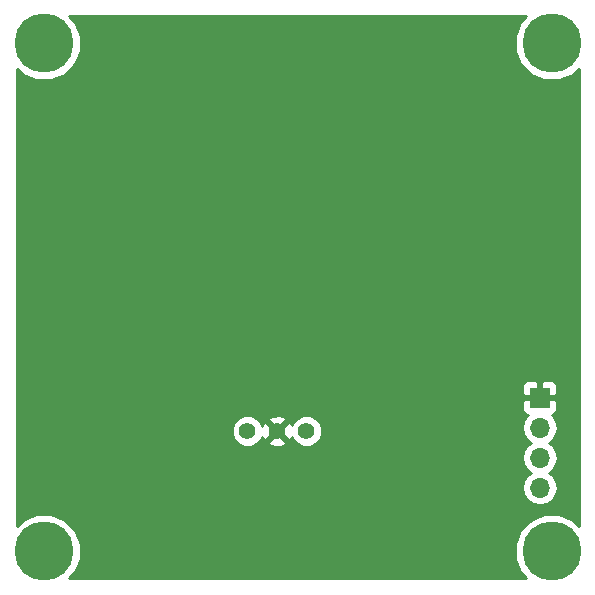
<source format=gbr>
G04 #@! TF.FileFunction,Copper,L2,Bot,Signal*
%FSLAX46Y46*%
G04 Gerber Fmt 4.6, Leading zero omitted, Abs format (unit mm)*
G04 Created by KiCad (PCBNEW 4.0.5) date 03/18/17 14:23:22*
%MOMM*%
%LPD*%
G01*
G04 APERTURE LIST*
%ADD10C,0.100000*%
%ADD11C,1.397000*%
%ADD12C,5.000000*%
%ADD13R,1.700000X1.700000*%
%ADD14O,1.700000X1.700000*%
%ADD15C,0.600000*%
%ADD16C,0.254000*%
G04 APERTURE END LIST*
D10*
D11*
X20246640Y-35825000D03*
X25245360Y-35825000D03*
X22746000Y-35825000D03*
D12*
X46000000Y-46000000D03*
X3000000Y-46000000D03*
X3000000Y-3000000D03*
X46000000Y-3000000D03*
D13*
X45000000Y-33000000D03*
D14*
X45000000Y-35540000D03*
X45000000Y-38080000D03*
X45000000Y-40620000D03*
D15*
X28194000Y-17653000D03*
X18669000Y-23114000D03*
X22098000Y-30099000D03*
X19431000Y-14732000D03*
X20000000Y-45000000D03*
D16*
G36*
X43343826Y-1221847D02*
X42865546Y-2373674D01*
X42864457Y-3620854D01*
X43340727Y-4773515D01*
X44221847Y-5656174D01*
X45373674Y-6134454D01*
X46620854Y-6135543D01*
X47773515Y-5659273D01*
X48290000Y-5143689D01*
X48290000Y-43856567D01*
X47778153Y-43343826D01*
X46626326Y-42865546D01*
X45379146Y-42864457D01*
X44226485Y-43340727D01*
X43343826Y-44221847D01*
X42865546Y-45373674D01*
X42864457Y-46620854D01*
X43340727Y-47773515D01*
X43856311Y-48290000D01*
X5143433Y-48290000D01*
X5656174Y-47778153D01*
X6134454Y-46626326D01*
X6135543Y-45379146D01*
X5659273Y-44226485D01*
X4778153Y-43343826D01*
X3626326Y-42865546D01*
X2379146Y-42864457D01*
X1226485Y-43340727D01*
X710000Y-43856311D01*
X710000Y-36089086D01*
X18912909Y-36089086D01*
X19115494Y-36579380D01*
X19490287Y-36954827D01*
X19980227Y-37158268D01*
X20510726Y-37158731D01*
X21001020Y-36956146D01*
X21198321Y-36759188D01*
X21991417Y-36759188D01*
X22053071Y-36994800D01*
X22553480Y-37170927D01*
X23083199Y-37142148D01*
X23438929Y-36994800D01*
X23500583Y-36759188D01*
X22746000Y-36004605D01*
X21991417Y-36759188D01*
X21198321Y-36759188D01*
X21376467Y-36581353D01*
X21489608Y-36308878D01*
X21576200Y-36517929D01*
X21811812Y-36579583D01*
X22566395Y-35825000D01*
X22925605Y-35825000D01*
X23680188Y-36579583D01*
X23915800Y-36517929D01*
X23995389Y-36291802D01*
X24114214Y-36579380D01*
X24489007Y-36954827D01*
X24978947Y-37158268D01*
X25509446Y-37158731D01*
X25999740Y-36956146D01*
X26375187Y-36581353D01*
X26578628Y-36091413D01*
X26579091Y-35560914D01*
X26570450Y-35540000D01*
X43485907Y-35540000D01*
X43598946Y-36108285D01*
X43920853Y-36590054D01*
X44250026Y-36810000D01*
X43920853Y-37029946D01*
X43598946Y-37511715D01*
X43485907Y-38080000D01*
X43598946Y-38648285D01*
X43920853Y-39130054D01*
X44250026Y-39350000D01*
X43920853Y-39569946D01*
X43598946Y-40051715D01*
X43485907Y-40620000D01*
X43598946Y-41188285D01*
X43920853Y-41670054D01*
X44402622Y-41991961D01*
X44970907Y-42105000D01*
X45029093Y-42105000D01*
X45597378Y-41991961D01*
X46079147Y-41670054D01*
X46401054Y-41188285D01*
X46514093Y-40620000D01*
X46401054Y-40051715D01*
X46079147Y-39569946D01*
X45749974Y-39350000D01*
X46079147Y-39130054D01*
X46401054Y-38648285D01*
X46514093Y-38080000D01*
X46401054Y-37511715D01*
X46079147Y-37029946D01*
X45749974Y-36810000D01*
X46079147Y-36590054D01*
X46401054Y-36108285D01*
X46514093Y-35540000D01*
X46401054Y-34971715D01*
X46079147Y-34489946D01*
X46035223Y-34460597D01*
X46209698Y-34388327D01*
X46388327Y-34209699D01*
X46485000Y-33976310D01*
X46485000Y-33285750D01*
X46326250Y-33127000D01*
X45127000Y-33127000D01*
X45127000Y-33147000D01*
X44873000Y-33147000D01*
X44873000Y-33127000D01*
X43673750Y-33127000D01*
X43515000Y-33285750D01*
X43515000Y-33976310D01*
X43611673Y-34209699D01*
X43790302Y-34388327D01*
X43964777Y-34460597D01*
X43920853Y-34489946D01*
X43598946Y-34971715D01*
X43485907Y-35540000D01*
X26570450Y-35540000D01*
X26376506Y-35070620D01*
X26001713Y-34695173D01*
X25511773Y-34491732D01*
X24981274Y-34491269D01*
X24490980Y-34693854D01*
X24115533Y-35068647D01*
X24002392Y-35341122D01*
X23915800Y-35132071D01*
X23680188Y-35070417D01*
X22925605Y-35825000D01*
X22566395Y-35825000D01*
X21811812Y-35070417D01*
X21576200Y-35132071D01*
X21496611Y-35358198D01*
X21377786Y-35070620D01*
X21198292Y-34890812D01*
X21991417Y-34890812D01*
X22746000Y-35645395D01*
X23500583Y-34890812D01*
X23438929Y-34655200D01*
X22938520Y-34479073D01*
X22408801Y-34507852D01*
X22053071Y-34655200D01*
X21991417Y-34890812D01*
X21198292Y-34890812D01*
X21002993Y-34695173D01*
X20513053Y-34491732D01*
X19982554Y-34491269D01*
X19492260Y-34693854D01*
X19116813Y-35068647D01*
X18913372Y-35558587D01*
X18912909Y-36089086D01*
X710000Y-36089086D01*
X710000Y-32023690D01*
X43515000Y-32023690D01*
X43515000Y-32714250D01*
X43673750Y-32873000D01*
X44873000Y-32873000D01*
X44873000Y-31673750D01*
X45127000Y-31673750D01*
X45127000Y-32873000D01*
X46326250Y-32873000D01*
X46485000Y-32714250D01*
X46485000Y-32023690D01*
X46388327Y-31790301D01*
X46209698Y-31611673D01*
X45976309Y-31515000D01*
X45285750Y-31515000D01*
X45127000Y-31673750D01*
X44873000Y-31673750D01*
X44714250Y-31515000D01*
X44023691Y-31515000D01*
X43790302Y-31611673D01*
X43611673Y-31790301D01*
X43515000Y-32023690D01*
X710000Y-32023690D01*
X710000Y-5143433D01*
X1221847Y-5656174D01*
X2373674Y-6134454D01*
X3620854Y-6135543D01*
X4773515Y-5659273D01*
X5656174Y-4778153D01*
X6134454Y-3626326D01*
X6135543Y-2379146D01*
X5659273Y-1226485D01*
X5143689Y-710000D01*
X43856567Y-710000D01*
X43343826Y-1221847D01*
X43343826Y-1221847D01*
G37*
X43343826Y-1221847D02*
X42865546Y-2373674D01*
X42864457Y-3620854D01*
X43340727Y-4773515D01*
X44221847Y-5656174D01*
X45373674Y-6134454D01*
X46620854Y-6135543D01*
X47773515Y-5659273D01*
X48290000Y-5143689D01*
X48290000Y-43856567D01*
X47778153Y-43343826D01*
X46626326Y-42865546D01*
X45379146Y-42864457D01*
X44226485Y-43340727D01*
X43343826Y-44221847D01*
X42865546Y-45373674D01*
X42864457Y-46620854D01*
X43340727Y-47773515D01*
X43856311Y-48290000D01*
X5143433Y-48290000D01*
X5656174Y-47778153D01*
X6134454Y-46626326D01*
X6135543Y-45379146D01*
X5659273Y-44226485D01*
X4778153Y-43343826D01*
X3626326Y-42865546D01*
X2379146Y-42864457D01*
X1226485Y-43340727D01*
X710000Y-43856311D01*
X710000Y-36089086D01*
X18912909Y-36089086D01*
X19115494Y-36579380D01*
X19490287Y-36954827D01*
X19980227Y-37158268D01*
X20510726Y-37158731D01*
X21001020Y-36956146D01*
X21198321Y-36759188D01*
X21991417Y-36759188D01*
X22053071Y-36994800D01*
X22553480Y-37170927D01*
X23083199Y-37142148D01*
X23438929Y-36994800D01*
X23500583Y-36759188D01*
X22746000Y-36004605D01*
X21991417Y-36759188D01*
X21198321Y-36759188D01*
X21376467Y-36581353D01*
X21489608Y-36308878D01*
X21576200Y-36517929D01*
X21811812Y-36579583D01*
X22566395Y-35825000D01*
X22925605Y-35825000D01*
X23680188Y-36579583D01*
X23915800Y-36517929D01*
X23995389Y-36291802D01*
X24114214Y-36579380D01*
X24489007Y-36954827D01*
X24978947Y-37158268D01*
X25509446Y-37158731D01*
X25999740Y-36956146D01*
X26375187Y-36581353D01*
X26578628Y-36091413D01*
X26579091Y-35560914D01*
X26570450Y-35540000D01*
X43485907Y-35540000D01*
X43598946Y-36108285D01*
X43920853Y-36590054D01*
X44250026Y-36810000D01*
X43920853Y-37029946D01*
X43598946Y-37511715D01*
X43485907Y-38080000D01*
X43598946Y-38648285D01*
X43920853Y-39130054D01*
X44250026Y-39350000D01*
X43920853Y-39569946D01*
X43598946Y-40051715D01*
X43485907Y-40620000D01*
X43598946Y-41188285D01*
X43920853Y-41670054D01*
X44402622Y-41991961D01*
X44970907Y-42105000D01*
X45029093Y-42105000D01*
X45597378Y-41991961D01*
X46079147Y-41670054D01*
X46401054Y-41188285D01*
X46514093Y-40620000D01*
X46401054Y-40051715D01*
X46079147Y-39569946D01*
X45749974Y-39350000D01*
X46079147Y-39130054D01*
X46401054Y-38648285D01*
X46514093Y-38080000D01*
X46401054Y-37511715D01*
X46079147Y-37029946D01*
X45749974Y-36810000D01*
X46079147Y-36590054D01*
X46401054Y-36108285D01*
X46514093Y-35540000D01*
X46401054Y-34971715D01*
X46079147Y-34489946D01*
X46035223Y-34460597D01*
X46209698Y-34388327D01*
X46388327Y-34209699D01*
X46485000Y-33976310D01*
X46485000Y-33285750D01*
X46326250Y-33127000D01*
X45127000Y-33127000D01*
X45127000Y-33147000D01*
X44873000Y-33147000D01*
X44873000Y-33127000D01*
X43673750Y-33127000D01*
X43515000Y-33285750D01*
X43515000Y-33976310D01*
X43611673Y-34209699D01*
X43790302Y-34388327D01*
X43964777Y-34460597D01*
X43920853Y-34489946D01*
X43598946Y-34971715D01*
X43485907Y-35540000D01*
X26570450Y-35540000D01*
X26376506Y-35070620D01*
X26001713Y-34695173D01*
X25511773Y-34491732D01*
X24981274Y-34491269D01*
X24490980Y-34693854D01*
X24115533Y-35068647D01*
X24002392Y-35341122D01*
X23915800Y-35132071D01*
X23680188Y-35070417D01*
X22925605Y-35825000D01*
X22566395Y-35825000D01*
X21811812Y-35070417D01*
X21576200Y-35132071D01*
X21496611Y-35358198D01*
X21377786Y-35070620D01*
X21198292Y-34890812D01*
X21991417Y-34890812D01*
X22746000Y-35645395D01*
X23500583Y-34890812D01*
X23438929Y-34655200D01*
X22938520Y-34479073D01*
X22408801Y-34507852D01*
X22053071Y-34655200D01*
X21991417Y-34890812D01*
X21198292Y-34890812D01*
X21002993Y-34695173D01*
X20513053Y-34491732D01*
X19982554Y-34491269D01*
X19492260Y-34693854D01*
X19116813Y-35068647D01*
X18913372Y-35558587D01*
X18912909Y-36089086D01*
X710000Y-36089086D01*
X710000Y-32023690D01*
X43515000Y-32023690D01*
X43515000Y-32714250D01*
X43673750Y-32873000D01*
X44873000Y-32873000D01*
X44873000Y-31673750D01*
X45127000Y-31673750D01*
X45127000Y-32873000D01*
X46326250Y-32873000D01*
X46485000Y-32714250D01*
X46485000Y-32023690D01*
X46388327Y-31790301D01*
X46209698Y-31611673D01*
X45976309Y-31515000D01*
X45285750Y-31515000D01*
X45127000Y-31673750D01*
X44873000Y-31673750D01*
X44714250Y-31515000D01*
X44023691Y-31515000D01*
X43790302Y-31611673D01*
X43611673Y-31790301D01*
X43515000Y-32023690D01*
X710000Y-32023690D01*
X710000Y-5143433D01*
X1221847Y-5656174D01*
X2373674Y-6134454D01*
X3620854Y-6135543D01*
X4773515Y-5659273D01*
X5656174Y-4778153D01*
X6134454Y-3626326D01*
X6135543Y-2379146D01*
X5659273Y-1226485D01*
X5143689Y-710000D01*
X43856567Y-710000D01*
X43343826Y-1221847D01*
M02*

</source>
